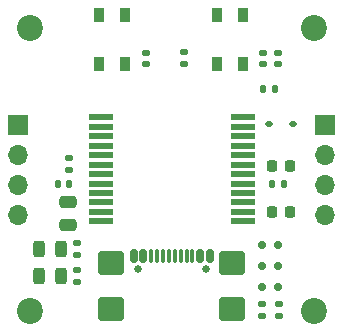
<source format=gts>
G04 #@! TF.GenerationSoftware,KiCad,Pcbnew,7.0.11*
G04 #@! TF.CreationDate,2025-04-13T23:55:20+09:00*
G04 #@! TF.ProjectId,sch16t_evt,73636831-3674-45f6-9576-742e6b696361,rev?*
G04 #@! TF.SameCoordinates,Original*
G04 #@! TF.FileFunction,Soldermask,Top*
G04 #@! TF.FilePolarity,Negative*
%FSLAX46Y46*%
G04 Gerber Fmt 4.6, Leading zero omitted, Abs format (unit mm)*
G04 Created by KiCad (PCBNEW 7.0.11) date 2025-04-13 23:55:20*
%MOMM*%
%LPD*%
G01*
G04 APERTURE LIST*
G04 Aperture macros list*
%AMRoundRect*
0 Rectangle with rounded corners*
0 $1 Rounding radius*
0 $2 $3 $4 $5 $6 $7 $8 $9 X,Y pos of 4 corners*
0 Add a 4 corners polygon primitive as box body*
4,1,4,$2,$3,$4,$5,$6,$7,$8,$9,$2,$3,0*
0 Add four circle primitives for the rounded corners*
1,1,$1+$1,$2,$3*
1,1,$1+$1,$4,$5*
1,1,$1+$1,$6,$7*
1,1,$1+$1,$8,$9*
0 Add four rect primitives between the rounded corners*
20,1,$1+$1,$2,$3,$4,$5,0*
20,1,$1+$1,$4,$5,$6,$7,0*
20,1,$1+$1,$6,$7,$8,$9,0*
20,1,$1+$1,$8,$9,$2,$3,0*%
G04 Aperture macros list end*
%ADD10RoundRect,0.112500X-0.187500X-0.112500X0.187500X-0.112500X0.187500X0.112500X-0.187500X0.112500X0*%
%ADD11RoundRect,0.140000X0.170000X-0.140000X0.170000X0.140000X-0.170000X0.140000X-0.170000X-0.140000X0*%
%ADD12C,2.200000*%
%ADD13R,1.700000X1.700000*%
%ADD14O,1.700000X1.700000*%
%ADD15RoundRect,0.135000X0.185000X-0.135000X0.185000X0.135000X-0.185000X0.135000X-0.185000X-0.135000X0*%
%ADD16RoundRect,0.135000X-0.185000X0.135000X-0.185000X-0.135000X0.185000X-0.135000X0.185000X0.135000X0*%
%ADD17RoundRect,0.250000X-0.475000X0.250000X-0.475000X-0.250000X0.475000X-0.250000X0.475000X0.250000X0*%
%ADD18RoundRect,0.243750X-0.243750X-0.456250X0.243750X-0.456250X0.243750X0.456250X-0.243750X0.456250X0*%
%ADD19RoundRect,0.150000X-0.150000X-0.200000X0.150000X-0.200000X0.150000X0.200000X-0.150000X0.200000X0*%
%ADD20RoundRect,0.140000X-0.140000X-0.170000X0.140000X-0.170000X0.140000X0.170000X-0.140000X0.170000X0*%
%ADD21RoundRect,0.102000X-0.325000X0.525000X-0.325000X-0.525000X0.325000X-0.525000X0.325000X0.525000X0*%
%ADD22C,0.650000*%
%ADD23RoundRect,0.150000X-0.150000X-0.425000X0.150000X-0.425000X0.150000X0.425000X-0.150000X0.425000X0*%
%ADD24RoundRect,0.075000X-0.075000X-0.500000X0.075000X-0.500000X0.075000X0.500000X-0.075000X0.500000X0*%
%ADD25RoundRect,0.250000X-0.840000X-0.750000X0.840000X-0.750000X0.840000X0.750000X-0.840000X0.750000X0*%
%ADD26R,2.000000X0.500000*%
%ADD27RoundRect,0.225000X-0.225000X-0.250000X0.225000X-0.250000X0.225000X0.250000X-0.225000X0.250000X0*%
%ADD28RoundRect,0.140000X0.140000X0.170000X-0.140000X0.170000X-0.140000X-0.170000X0.140000X-0.170000X0*%
%ADD29RoundRect,0.135000X0.135000X0.185000X-0.135000X0.185000X-0.135000X-0.185000X0.135000X-0.185000X0*%
G04 APERTURE END LIST*
D10*
X158200000Y-96200000D03*
X160300000Y-96200000D03*
D11*
X159000000Y-91075000D03*
X159000000Y-90115000D03*
D12*
X162000000Y-88000000D03*
D13*
X137000000Y-96210000D03*
D14*
X137000000Y-98750000D03*
X137000000Y-101290000D03*
X137000000Y-103830000D03*
D15*
X151000000Y-91120000D03*
X151000000Y-90100000D03*
D16*
X141300000Y-99000000D03*
X141300000Y-100020000D03*
D12*
X162000000Y-112000000D03*
D16*
X142000000Y-106250000D03*
X142000000Y-107270000D03*
D17*
X141250000Y-102800000D03*
X141250000Y-104700000D03*
D18*
X138750000Y-106770000D03*
X140625000Y-106770000D03*
D19*
X159000000Y-106400000D03*
X157600000Y-106400000D03*
D20*
X158500000Y-101200000D03*
X159460000Y-101200000D03*
D21*
X156000000Y-86925000D03*
X156000000Y-91075000D03*
X153850000Y-86925000D03*
X153850000Y-91075000D03*
D11*
X157700000Y-91075000D03*
X157700000Y-90115000D03*
D22*
X147110000Y-108395000D03*
X152890000Y-108395000D03*
D23*
X146800000Y-107320000D03*
X147600000Y-107320000D03*
D24*
X148750000Y-107320000D03*
X149750000Y-107320000D03*
X150250000Y-107320000D03*
X151250000Y-107320000D03*
D23*
X152400000Y-107320000D03*
X153200000Y-107320000D03*
X153200000Y-107320000D03*
X152400000Y-107320000D03*
D24*
X151750000Y-107320000D03*
X150750000Y-107320000D03*
X149250000Y-107320000D03*
X148250000Y-107320000D03*
D23*
X147600000Y-107320000D03*
X146800000Y-107320000D03*
D25*
X144890000Y-107895000D03*
X144890000Y-111825000D03*
X155110000Y-107895000D03*
X155110000Y-111825000D03*
D16*
X157600000Y-111390000D03*
X157600000Y-112410000D03*
D26*
X144000000Y-95600000D03*
X144000000Y-96400000D03*
X144000000Y-97200000D03*
X144000000Y-98000000D03*
X144000000Y-98800000D03*
X144000000Y-99600000D03*
X144000000Y-100400000D03*
X144000000Y-101200000D03*
X144000000Y-102000000D03*
X144000000Y-102800000D03*
X144000000Y-103600000D03*
X144000000Y-104400000D03*
X156000000Y-104400000D03*
X156000000Y-103600000D03*
X156000000Y-102800000D03*
X156000000Y-102000000D03*
X156000000Y-101200000D03*
X156000000Y-100400000D03*
X156000000Y-99600000D03*
X156000000Y-98800000D03*
X156000000Y-98000000D03*
X156000000Y-97200000D03*
X156000000Y-96400000D03*
X156000000Y-95600000D03*
D27*
X158500000Y-99700000D03*
X160050000Y-99700000D03*
D21*
X146000000Y-86925000D03*
X146000000Y-91075000D03*
X143850000Y-86925000D03*
X143850000Y-91075000D03*
D27*
X158500000Y-103613000D03*
X160050000Y-103613000D03*
D19*
X159000000Y-108200000D03*
X157600000Y-108200000D03*
X159000000Y-110000000D03*
X157600000Y-110000000D03*
D15*
X142000000Y-109520000D03*
X142000000Y-108500000D03*
D28*
X141300000Y-101200000D03*
X140340000Y-101200000D03*
D18*
X138750000Y-109000000D03*
X140625000Y-109000000D03*
D12*
X138000000Y-112000000D03*
D11*
X147800000Y-91075000D03*
X147800000Y-90115000D03*
D13*
X163000000Y-96210000D03*
D14*
X163000000Y-98750000D03*
X163000000Y-101290000D03*
X163000000Y-103830000D03*
D16*
X159100000Y-111390000D03*
X159100000Y-112410000D03*
D29*
X158720000Y-93200000D03*
X157700000Y-93200000D03*
D12*
X138000000Y-88000000D03*
M02*

</source>
